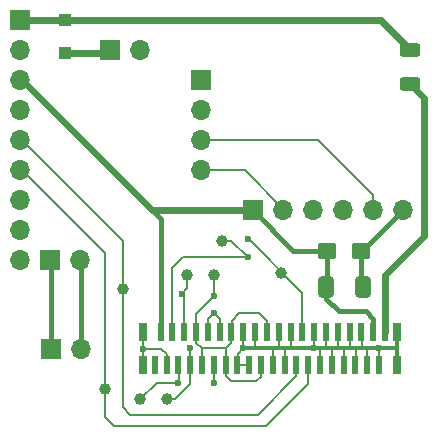
<source format=gbr>
%TF.GenerationSoftware,KiCad,Pcbnew,9.0.0*%
%TF.CreationDate,2025-04-29T11:42:50+01:00*%
%TF.ProjectId,uPicomac,75506963-6f6d-4616-932e-6b696361645f,rev?*%
%TF.SameCoordinates,Original*%
%TF.FileFunction,Copper,L1,Top*%
%TF.FilePolarity,Positive*%
%FSLAX46Y46*%
G04 Gerber Fmt 4.6, Leading zero omitted, Abs format (unit mm)*
G04 Created by KiCad (PCBNEW 9.0.0) date 2025-04-29 11:42:50*
%MOMM*%
%LPD*%
G01*
G04 APERTURE LIST*
G04 Aperture macros list*
%AMRoundRect*
0 Rectangle with rounded corners*
0 $1 Rounding radius*
0 $2 $3 $4 $5 $6 $7 $8 $9 X,Y pos of 4 corners*
0 Add a 4 corners polygon primitive as box body*
4,1,4,$2,$3,$4,$5,$6,$7,$8,$9,$2,$3,0*
0 Add four circle primitives for the rounded corners*
1,1,$1+$1,$2,$3*
1,1,$1+$1,$4,$5*
1,1,$1+$1,$6,$7*
1,1,$1+$1,$8,$9*
0 Add four rect primitives between the rounded corners*
20,1,$1+$1,$2,$3,$4,$5,0*
20,1,$1+$1,$4,$5,$6,$7,0*
20,1,$1+$1,$6,$7,$8,$9,0*
20,1,$1+$1,$8,$9,$2,$3,0*%
G04 Aperture macros list end*
%TA.AperFunction,SMDPad,CuDef*%
%ADD10C,1.000000*%
%TD*%
%TA.AperFunction,ComponentPad*%
%ADD11O,1.700000X1.700000*%
%TD*%
%TA.AperFunction,ComponentPad*%
%ADD12R,1.700000X1.700000*%
%TD*%
%TA.AperFunction,SMDPad,CuDef*%
%ADD13RoundRect,0.250000X-0.537500X-0.425000X0.537500X-0.425000X0.537500X0.425000X-0.537500X0.425000X0*%
%TD*%
%TA.AperFunction,SMDPad,CuDef*%
%ADD14RoundRect,0.250000X-0.300000X0.300000X-0.300000X-0.300000X0.300000X-0.300000X0.300000X0.300000X0*%
%TD*%
%TA.AperFunction,SMDPad,CuDef*%
%ADD15RoundRect,0.250000X-0.625000X0.312500X-0.625000X-0.312500X0.625000X-0.312500X0.625000X0.312500X0*%
%TD*%
%TA.AperFunction,SMDPad,CuDef*%
%ADD16R,0.600000X1.500000*%
%TD*%
%TA.AperFunction,SMDPad,CuDef*%
%ADD17R,0.800000X1.500000*%
%TD*%
%TA.AperFunction,SMDPad,CuDef*%
%ADD18RoundRect,0.250000X-0.412500X-0.650000X0.412500X-0.650000X0.412500X0.650000X-0.412500X0.650000X0*%
%TD*%
%TA.AperFunction,ViaPad*%
%ADD19C,0.600000*%
%TD*%
%TA.AperFunction,Conductor*%
%ADD20C,0.200000*%
%TD*%
%TA.AperFunction,Conductor*%
%ADD21C,0.400000*%
%TD*%
%TA.AperFunction,Conductor*%
%ADD22C,0.300000*%
%TD*%
%TA.AperFunction,Conductor*%
%ADD23C,0.600000*%
%TD*%
G04 APERTURE END LIST*
D10*
%TO.P,tp7,1*%
%TO.N,Net-(J1-SCl)*%
X112900000Y-82920000D03*
%TD*%
%TO.P,tp3,1*%
%TO.N,Net-(J1-PCl)*%
X111383273Y-73587346D03*
%TD*%
%TO.P,tp5,1*%
%TO.N,Net-(J1-Reset)*%
X115146730Y-82900163D03*
%TD*%
%TO.P,tp8,1*%
%TO.N,Net-(J1-STX)*%
X119822522Y-69500745D03*
%TD*%
%TO.P,tp6,1*%
%TO.N,Net-(J1-CS)*%
X116880370Y-72385168D03*
%TD*%
%TO.P,tp2,1*%
%TO.N,Net-(J1-HS)*%
X124811187Y-72201792D03*
%TD*%
%TO.P,tp1,1,1*%
%TO.N,Net-(J1-VS)*%
X109913656Y-82012617D03*
%TD*%
%TO.P,tp4,1*%
%TO.N,Net-(J1-B3)*%
X119131865Y-72385168D03*
%TD*%
D11*
%TO.P,J4,2,GP11*%
%TO.N,Net-(J4-GP11)*%
X107820000Y-71130549D03*
D12*
%TO.P,J4,1,GP10*%
%TO.N,Net-(J4-GP10)*%
X105280000Y-71130549D03*
%TD*%
%TO.P,J7,1,Spkr_+*%
%TO.N,Net-(J4-GP10)*%
X105290735Y-78664243D03*
D11*
%TO.P,J7,2,Spkr_-*%
%TO.N,Net-(J4-GP11)*%
X107830735Y-78664243D03*
%TD*%
D12*
%TO.P,J9,1,Pin_1*%
%TO.N,Net-(D1-A)*%
X110324092Y-53353053D03*
D11*
%TO.P,J9,2,Pin_2*%
%TO.N,GND*%
X112864092Y-53353053D03*
%TD*%
D13*
%TO.P,C1,2*%
%TO.N,GND*%
X131580779Y-70325603D03*
%TO.P,C1,1*%
%TO.N,Net-(J1-3.3v)*%
X128705779Y-70325603D03*
%TD*%
D12*
%TO.P,J6,1,GP2*%
%TO.N,Net-(J1-SCl)*%
X118005000Y-55890000D03*
D11*
%TO.P,J6,2,GP3*%
%TO.N,Net-(J1-STX)*%
X118005000Y-58430000D03*
%TO.P,J6,3,GP4*%
%TO.N,Net-(J2-Pin_5)*%
X118005000Y-60970000D03*
%TO.P,J6,4,GP5*%
%TO.N,Net-(J2-Pin_2)*%
X118005000Y-63510000D03*
%TD*%
D12*
%TO.P,J2,1,Pin_1*%
%TO.N,Net-(J1-3.3v)*%
X122416803Y-66904054D03*
D11*
%TO.P,J2,2,Pin_2*%
%TO.N,Net-(J2-Pin_2)*%
X124956803Y-66904054D03*
%TO.P,J2,3,Pin_3*%
%TO.N,Net-(J1-STX)*%
X127496803Y-66904054D03*
%TO.P,J2,4,Pin_4*%
%TO.N,Net-(J1-SCl)*%
X130036803Y-66904054D03*
%TO.P,J2,5,Pin_5*%
%TO.N,Net-(J2-Pin_5)*%
X132576803Y-66904054D03*
%TO.P,J2,6,Pin_6*%
%TO.N,GND*%
X135116803Y-66904054D03*
%TD*%
D12*
%TO.P,J3,1,5v*%
%TO.N,Net-(D1-K)*%
X102740000Y-50800000D03*
D11*
%TO.P,J3,2,GND*%
%TO.N,GND*%
X102740000Y-53340000D03*
%TO.P,J3,3,3v3*%
%TO.N,Net-(J1-3.3v)*%
X102740000Y-55880000D03*
%TO.P,J3,4,GP29*%
%TO.N,Net-(J1-HS)*%
X102740000Y-58420000D03*
%TO.P,J3,5,GP28*%
%TO.N,Net-(J1-PCl)*%
X102740000Y-60960000D03*
%TO.P,J3,6,GP27*%
%TO.N,Net-(J1-VS)*%
X102740000Y-63500000D03*
%TO.P,J3,7,GP26*%
%TO.N,Net-(J1-B3)*%
X102740000Y-66040000D03*
%TO.P,J3,8,GP15*%
%TO.N,Net-(J1-Reset)*%
X102740000Y-68580000D03*
%TO.P,J3,9,GP14*%
%TO.N,Net-(J1-CS)*%
X102740000Y-71120000D03*
%TD*%
D14*
%TO.P,D1,1,K*%
%TO.N,Net-(D1-K)*%
X106550000Y-50807413D03*
%TO.P,D1,2,A*%
%TO.N,Net-(D1-A)*%
X106550000Y-53607413D03*
%TD*%
D15*
%TO.P,R1,1*%
%TO.N,Net-(D1-K)*%
X135760000Y-53325000D03*
%TO.P,R1,2*%
%TO.N,Net-(J1-BL+)*%
X135760000Y-56250000D03*
%TD*%
D16*
%TO.P,J1,1,1*%
%TO.N,unconnected-(J1-Pad1)*%
X114104258Y-80011131D03*
%TO.P,J1,2,3v3*%
%TO.N,Net-(J1-3.3v)*%
X114604258Y-77211131D03*
%TO.P,J1,3,Gnd*%
%TO.N,GND*%
X115104258Y-80011131D03*
%TO.P,J1,4,STX*%
%TO.N,Net-(J1-STX)*%
X115604258Y-77211131D03*
%TO.P,J1,5,SCl*%
%TO.N,Net-(J1-SCl)*%
X116104258Y-80011131D03*
%TO.P,J1,6,CS*%
%TO.N,Net-(J1-CS)*%
X116604258Y-77211131D03*
%TO.P,J1,7,Reset*%
%TO.N,Net-(J1-Reset)*%
X117104258Y-80011131D03*
%TO.P,J1,8,R4*%
%TO.N,Net-(J1-B3)*%
X117604258Y-77211131D03*
%TO.P,J1,9,R3*%
X118104258Y-80011131D03*
%TO.P,J1,10,R2*%
%TO.N,GND*%
X118604258Y-77211131D03*
%TO.P,J1,11,R1*%
X119104258Y-80011131D03*
%TO.P,J1,12,R0*%
X119604258Y-77211131D03*
%TO.P,J1,13,G5*%
%TO.N,Net-(J1-B3)*%
X120104258Y-80011131D03*
%TO.P,J1,14,G4*%
X120604258Y-77211131D03*
%TO.P,J1,15,G3*%
%TO.N,GND*%
X121104258Y-80011131D03*
%TO.P,J1,16,G2*%
X121604258Y-77211131D03*
%TO.P,J1,17,G1*%
X122104258Y-80011131D03*
%TO.P,J1,18,G0*%
X122604258Y-77211131D03*
%TO.P,J1,19,B4*%
%TO.N,Net-(J1-B3)*%
X123104258Y-80011131D03*
%TO.P,J1,20,B3*%
X123604258Y-77211131D03*
%TO.P,J1,21,B2*%
%TO.N,GND*%
X124104258Y-80011131D03*
%TO.P,J1,22,B1*%
X124604258Y-77211131D03*
%TO.P,J1,23,B0*%
X125104258Y-80011131D03*
%TO.P,J1,24,DE*%
X125604258Y-77211131D03*
%TO.P,J1,25,PCl*%
%TO.N,Net-(J1-PCl)*%
X126104258Y-80011131D03*
%TO.P,J1,26,HS*%
%TO.N,Net-(J1-HS)*%
X126604258Y-77211131D03*
%TO.P,J1,27,VS*%
%TO.N,Net-(J1-VS)*%
X127104258Y-80011131D03*
%TO.P,J1,28,Gnd*%
%TO.N,GND*%
X127604258Y-77211131D03*
%TO.P,J1,29,Gnd*%
X128104258Y-80011131D03*
%TO.P,J1,30,Gnd*%
X128604258Y-77211131D03*
%TO.P,J1,31,Gnd*%
X129104258Y-80011131D03*
%TO.P,J1,32,Gnd*%
X129604258Y-77211131D03*
%TO.P,J1,33,Gnd*%
X130104258Y-80011131D03*
%TO.P,J1,34,Gnd*%
X130604258Y-77211131D03*
%TO.P,J1,35,Gnd*%
X131104258Y-80011131D03*
%TO.P,J1,36,Gnd*%
X131604258Y-77211131D03*
%TO.P,J1,37,Gnd*%
X132104258Y-80011131D03*
%TO.P,J1,38,3.3v*%
%TO.N,Net-(J1-3.3v)*%
X132604258Y-77211131D03*
%TO.P,J1,39,BL-*%
%TO.N,GND*%
X133104258Y-80011131D03*
%TO.P,J1,40,BL+*%
%TO.N,Net-(J1-BL+)*%
X133604258Y-77211131D03*
D17*
%TO.P,J1,S1,SHIELD*%
%TO.N,GND*%
X113104258Y-77211131D03*
%TO.P,J1,S2,SHIELD*%
X113104258Y-80011131D03*
%TO.P,J1,S3,SHIELD*%
X134604258Y-77211131D03*
%TO.P,J1,S4,SHIELD*%
X134604258Y-80011131D03*
%TD*%
D18*
%TO.P,C2,1*%
%TO.N,Net-(J1-3.3v)*%
X128585779Y-73440603D03*
%TO.P,C2,2*%
%TO.N,GND*%
X131710779Y-73440603D03*
%TD*%
D19*
%TO.N,Net-(J1-HS)*%
X122000000Y-69350000D03*
%TO.N,Net-(J1-B3)*%
X119100000Y-74200000D03*
%TO.N,GND*%
X119100000Y-75600000D03*
X119100000Y-81500000D03*
X133100000Y-78600000D03*
X127600000Y-78600000D03*
X113120000Y-78620000D03*
X121600000Y-78600000D03*
%TO.N,Net-(J1-SCl)*%
X116100000Y-81500000D03*
%TO.N,Net-(J1-CS)*%
X116400000Y-74000000D03*
%TO.N,Net-(J1-Reset)*%
X117100000Y-78600000D03*
%TO.N,Net-(J1-STX)*%
X122000000Y-70900000D03*
%TD*%
D20*
%TO.N,Net-(J1-STX)*%
X119822522Y-69500745D02*
X120600745Y-69500745D01*
X120600745Y-69500745D02*
X122000000Y-70900000D01*
%TO.N,Net-(J1-SCl)*%
X116100000Y-81500000D02*
X114320000Y-81500000D01*
X114320000Y-81500000D02*
X112900000Y-82920000D01*
%TO.N,Net-(J1-PCl)*%
X102870000Y-60960000D02*
X111400000Y-69490000D01*
X111400000Y-69490000D02*
X111400000Y-83600000D01*
X112000000Y-84200000D02*
X122865389Y-84200000D01*
X111400000Y-83600000D02*
X112000000Y-84200000D01*
X122865389Y-84200000D02*
X126104258Y-80961131D01*
X126104258Y-80961131D02*
X126104258Y-80011131D01*
%TO.N,Net-(J1-VS)*%
X127104258Y-80011131D02*
X127104258Y-81595742D01*
X127104258Y-81595742D02*
X123500000Y-85200000D01*
X123500000Y-85200000D02*
X110700000Y-85200000D01*
X110700000Y-85200000D02*
X109900000Y-84400000D01*
X109900000Y-70530000D02*
X102870000Y-63500000D01*
X109900000Y-84400000D02*
X109900000Y-70530000D01*
%TO.N,Net-(J1-STX)*%
X121646338Y-70900000D02*
X122000000Y-70900000D01*
X122000000Y-70900000D02*
X119800000Y-70900000D01*
%TO.N,Net-(J1-Reset)*%
X117104258Y-80011131D02*
X117104258Y-81649741D01*
X117104258Y-81649741D02*
X115853836Y-82900163D01*
X115853836Y-82900163D02*
X115146730Y-82900163D01*
%TO.N,Net-(J1-CS)*%
X116880370Y-72385168D02*
X116880370Y-73519630D01*
X116880370Y-73519630D02*
X116400000Y-74000000D01*
%TO.N,Net-(J1-B3)*%
X119131865Y-72385168D02*
X119131865Y-74168135D01*
X119131865Y-74168135D02*
X119100000Y-74200000D01*
%TO.N,Net-(J1-CS)*%
X116400000Y-74000000D02*
X116620000Y-74220000D01*
X116620000Y-74220000D02*
X116620000Y-77210000D01*
%TO.N,Net-(J1-B3)*%
X117604258Y-77211131D02*
X117604258Y-75695742D01*
X117604258Y-75695742D02*
X119100000Y-74200000D01*
X118100000Y-78600000D02*
X117604258Y-78104258D01*
X117604258Y-78104258D02*
X117604258Y-77211131D01*
%TO.N,Net-(J1-HS)*%
X122050000Y-69350000D02*
X126604258Y-73904258D01*
X126604258Y-73904258D02*
X126604258Y-77211131D01*
X122000000Y-69350000D02*
X122050000Y-69350000D01*
D21*
%TO.N,Net-(J4-GP10)*%
X105290735Y-78664243D02*
X105290735Y-71141284D01*
%TO.N,Net-(J1-3.3v)*%
X129670000Y-75470000D02*
X128585779Y-74385779D01*
X128585779Y-74385779D02*
X128585779Y-73440603D01*
X128705779Y-70325603D02*
X128705779Y-73320603D01*
X128705779Y-73320603D02*
X128585779Y-73440603D01*
X122416803Y-66904054D02*
X125838352Y-70325603D01*
X125838352Y-70325603D02*
X128705779Y-70325603D01*
%TO.N,GND*%
X131580779Y-70325603D02*
X131580779Y-73310603D01*
X131580779Y-73310603D02*
X131710779Y-73440603D01*
%TO.N,Net-(J1-3.3v)*%
X114604258Y-77211131D02*
X114604258Y-67604258D01*
X114604258Y-67604258D02*
X113904054Y-66904054D01*
%TO.N,GND*%
X135116803Y-66904054D02*
X131800857Y-70220000D01*
%TO.N,Net-(J1-3.3v)*%
X132620000Y-77210000D02*
X132620000Y-76120000D01*
X132620000Y-76120000D02*
X131970000Y-75470000D01*
X131970000Y-75470000D02*
X129670000Y-75470000D01*
D20*
%TO.N,Net-(J2-Pin_2)*%
X121710000Y-63510000D02*
X124956803Y-66756803D01*
X118135000Y-63510000D02*
X121710000Y-63510000D01*
%TO.N,Net-(J2-Pin_5)*%
X132600000Y-65600000D02*
X132576803Y-65623197D01*
X127970000Y-60970000D02*
X132600000Y-65600000D01*
X132576803Y-65623197D02*
X132576803Y-66904054D01*
X118135000Y-60970000D02*
X127970000Y-60970000D01*
%TO.N,GND*%
X128620000Y-77210000D02*
X128620000Y-78580000D01*
X118620000Y-76080000D02*
X119100000Y-75600000D01*
X119104258Y-80011131D02*
X119104258Y-81495742D01*
X122120000Y-80010000D02*
X121120000Y-80010000D01*
D22*
X130600000Y-78600000D02*
X131100000Y-78600000D01*
D20*
X130120000Y-80010000D02*
X130120000Y-78620000D01*
X113120000Y-78620000D02*
X113120000Y-77210000D01*
D22*
X128600000Y-78600000D02*
X129100000Y-78600000D01*
X131600000Y-78600000D02*
X132100000Y-78600000D01*
D20*
X131620000Y-77210000D02*
X131620000Y-78580000D01*
X124104258Y-80011131D02*
X124104258Y-78604258D01*
D22*
X134620000Y-77210000D02*
X134620000Y-78600000D01*
X134620000Y-78600000D02*
X134620000Y-80010000D01*
D20*
X131120000Y-78620000D02*
X131100000Y-78600000D01*
X132120000Y-78620000D02*
X132100000Y-78600000D01*
X118620000Y-77210000D02*
X118620000Y-76080000D01*
X124620000Y-77210000D02*
X124620000Y-78580000D01*
X119104258Y-81495742D02*
X119100000Y-81500000D01*
X114680000Y-78620000D02*
X115120000Y-79060000D01*
X121600000Y-78600000D02*
X121620000Y-78580000D01*
D22*
X121600000Y-78600000D02*
X122600000Y-78600000D01*
D20*
X128120000Y-78620000D02*
X128100000Y-78600000D01*
X131120000Y-80010000D02*
X131120000Y-78620000D01*
X133120000Y-78620000D02*
X133120000Y-80010000D01*
X122620000Y-78580000D02*
X122600000Y-78600000D01*
X129620000Y-77210000D02*
X129620000Y-78580000D01*
X129120000Y-78620000D02*
X129100000Y-78600000D01*
X119620000Y-76120000D02*
X119100000Y-75600000D01*
X125120000Y-80010000D02*
X125120000Y-78620000D01*
X127620000Y-78580000D02*
X127600000Y-78600000D01*
D22*
X128100000Y-78600000D02*
X128600000Y-78600000D01*
D20*
X127620000Y-77210000D02*
X127620000Y-78580000D01*
X121620000Y-78580000D02*
X121620000Y-77210000D01*
D22*
X129100000Y-78600000D02*
X129600000Y-78600000D01*
X133100000Y-78600000D02*
X134620000Y-78600000D01*
D20*
X124620000Y-78580000D02*
X124600000Y-78600000D01*
X119620000Y-77210000D02*
X119620000Y-76120000D01*
X122620000Y-77210000D02*
X122620000Y-78580000D01*
X130620000Y-77210000D02*
X130620000Y-78580000D01*
X133100000Y-78600000D02*
X133120000Y-78620000D01*
D22*
X130100000Y-78600000D02*
X130600000Y-78600000D01*
D20*
X129620000Y-78580000D02*
X129600000Y-78600000D01*
X125620000Y-78580000D02*
X125600000Y-78600000D01*
X121120000Y-79080000D02*
X121120000Y-80010000D01*
X131620000Y-78580000D02*
X131600000Y-78600000D01*
X113120000Y-78620000D02*
X113120000Y-80010000D01*
X132120000Y-80010000D02*
X132120000Y-78620000D01*
X119120000Y-81480000D02*
X119100000Y-81500000D01*
D22*
X122600000Y-78600000D02*
X124100000Y-78600000D01*
D20*
X130620000Y-78580000D02*
X130600000Y-78600000D01*
X130120000Y-78620000D02*
X130100000Y-78600000D01*
D22*
X125100000Y-78600000D02*
X125600000Y-78600000D01*
X124600000Y-78600000D02*
X125100000Y-78600000D01*
D20*
X115120000Y-79060000D02*
X115120000Y-80010000D01*
D22*
X131100000Y-78600000D02*
X131600000Y-78600000D01*
X129600000Y-78600000D02*
X130100000Y-78600000D01*
D20*
X129120000Y-80010000D02*
X129120000Y-78620000D01*
X128620000Y-78580000D02*
X128600000Y-78600000D01*
X121600000Y-78600000D02*
X121120000Y-79080000D01*
X113120000Y-78620000D02*
X114680000Y-78620000D01*
D22*
X125600000Y-78600000D02*
X127600000Y-78600000D01*
D20*
X125620000Y-77210000D02*
X125620000Y-78580000D01*
X128120000Y-80010000D02*
X128120000Y-78620000D01*
D22*
X124100000Y-78600000D02*
X124600000Y-78600000D01*
X127600000Y-78600000D02*
X128100000Y-78600000D01*
X132100000Y-78600000D02*
X133100000Y-78600000D01*
D23*
%TO.N,Net-(D1-A)*%
X106550000Y-53607413D02*
X110257413Y-53607413D01*
%TO.N,Net-(D1-K)*%
X133235000Y-50800000D02*
X102870000Y-50800000D01*
X135760000Y-53325000D02*
X133235000Y-50800000D01*
%TO.N,Net-(J1-3.3v)*%
X102880000Y-55880000D02*
X113904054Y-66904054D01*
X113904054Y-66904054D02*
X115600000Y-66904054D01*
X102870000Y-55880000D02*
X102880000Y-55880000D01*
X115600000Y-66904054D02*
X122416803Y-66904054D01*
D20*
X114620000Y-76760000D02*
X114620000Y-77210000D01*
%TO.N,Net-(J1-SCl)*%
X116120000Y-81480000D02*
X116120000Y-80010000D01*
X116100000Y-81500000D02*
X116120000Y-81480000D01*
%TO.N,Net-(J1-CS)*%
X102799354Y-71190646D02*
X102870000Y-71120000D01*
%TO.N,Net-(J1-B3)*%
X118104258Y-80011131D02*
X118104258Y-78604258D01*
X120104258Y-78661131D02*
X120165389Y-78600000D01*
X123620000Y-77210000D02*
X123620000Y-76260000D01*
X120165389Y-78600000D02*
X119660000Y-78600000D01*
X120604258Y-77211131D02*
X120604258Y-78161131D01*
X122700000Y-81400000D02*
X123120000Y-80980000D01*
X121280000Y-75600000D02*
X122200000Y-75600000D01*
X120620000Y-76260000D02*
X121280000Y-75600000D01*
X118100000Y-78600000D02*
X119660000Y-78600000D01*
X118104258Y-78604258D02*
X118100000Y-78600000D01*
X120104258Y-80011131D02*
X120104258Y-78661131D01*
X123120000Y-80980000D02*
X123120000Y-80010000D01*
X122960000Y-75600000D02*
X122200000Y-75600000D01*
X120120000Y-80026873D02*
X120104258Y-80011131D01*
X120604258Y-78161131D02*
X120165389Y-78600000D01*
X120560000Y-81400000D02*
X121900000Y-81400000D01*
X121900000Y-81400000D02*
X122700000Y-81400000D01*
X120120000Y-80960000D02*
X120120000Y-80026873D01*
X123620000Y-76260000D02*
X122960000Y-75600000D01*
X120620000Y-77210000D02*
X120620000Y-76260000D01*
X120120000Y-80960000D02*
X120560000Y-81400000D01*
%TO.N,Net-(J1-Reset)*%
X117120000Y-78620000D02*
X117120000Y-80010000D01*
X117100000Y-78600000D02*
X117120000Y-78620000D01*
%TO.N,Net-(J1-HS)*%
X126620000Y-76560000D02*
X126620000Y-77210000D01*
D23*
%TO.N,Net-(J1-BL+)*%
X133620000Y-72380000D02*
X136899000Y-69101000D01*
X136899000Y-57389000D02*
X135760000Y-56250000D01*
X136899000Y-69101000D02*
X136899000Y-57389000D01*
X133620000Y-77210000D02*
X133620000Y-72380000D01*
D21*
%TO.N,Net-(J4-GP11)*%
X107830735Y-78664243D02*
X107830735Y-71141284D01*
D20*
%TO.N,Net-(J1-STX)*%
X119800000Y-70900000D02*
X116500000Y-70900000D01*
X116500000Y-70900000D02*
X115604258Y-71795742D01*
X115604258Y-71795742D02*
X115604258Y-77211131D01*
%TD*%
M02*

</source>
